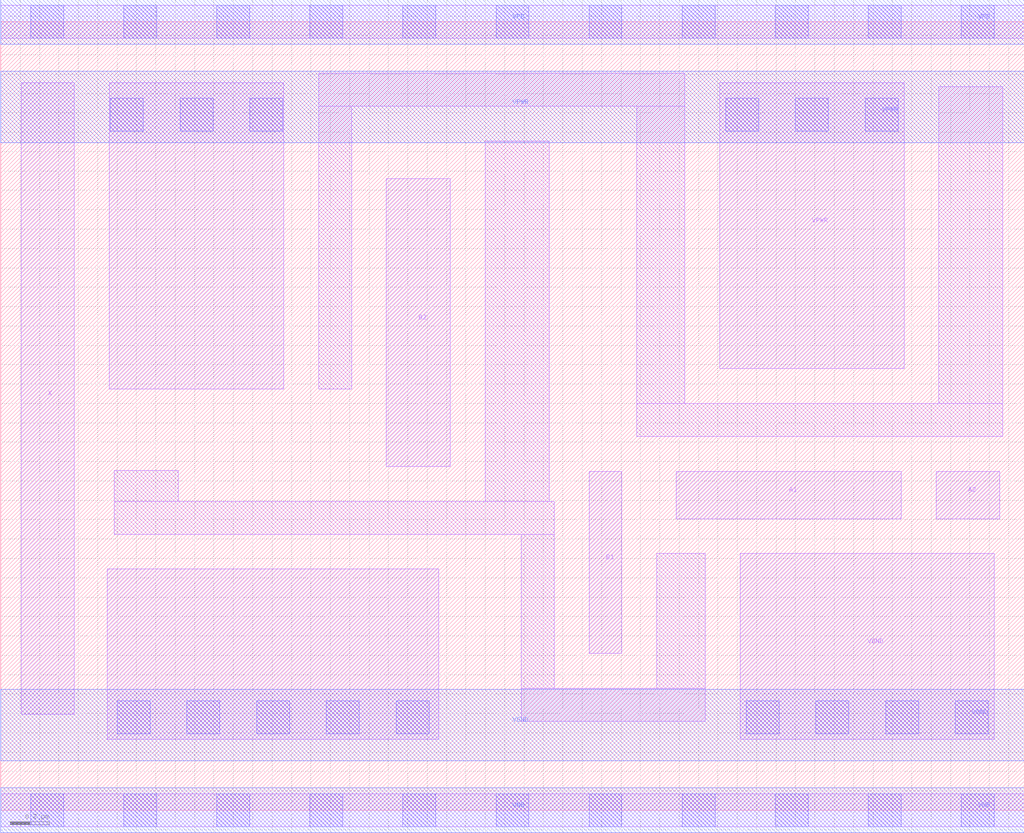
<source format=lef>
# Copyright 2020 The SkyWater PDK Authors
#
# Licensed under the Apache License, Version 2.0 (the "License");
# you may not use this file except in compliance with the License.
# You may obtain a copy of the License at
#
#     https://www.apache.org/licenses/LICENSE-2.0
#
# Unless required by applicable law or agreed to in writing, software
# distributed under the License is distributed on an "AS IS" BASIS,
# WITHOUT WARRANTIES OR CONDITIONS OF ANY KIND, either express or implied.
# See the License for the specific language governing permissions and
# limitations under the License.
#
# SPDX-License-Identifier: Apache-2.0

VERSION 5.7 ;
  NAMESCASESENSITIVE ON ;
  NOWIREEXTENSIONATPIN ON ;
  DIVIDERCHAR "/" ;
  BUSBITCHARS "[]" ;
UNITS
  DATABASE MICRONS 200 ;
END UNITS
MACRO sky130_fd_sc_hvl__a22o_1
  CLASS CORE ;
  SOURCE USER ;
  FOREIGN sky130_fd_sc_hvl__a22o_1 ;
  ORIGIN  0.000000  0.000000 ;
  SIZE  5.280000 BY  4.070000 ;
  SYMMETRY X Y ;
  SITE unithv ;
  PIN A1
    ANTENNAGATEAREA  1.125000 ;
    DIRECTION INPUT ;
    USE SIGNAL ;
    PORT
      LAYER li1 ;
        RECT 3.485000 1.505000 4.645000 1.750000 ;
    END
  END A1
  PIN A2
    ANTENNAGATEAREA  1.125000 ;
    DIRECTION INPUT ;
    USE SIGNAL ;
    PORT
      LAYER li1 ;
        RECT 4.825000 1.505000 5.155000 1.750000 ;
    END
  END A2
  PIN B1
    ANTENNAGATEAREA  1.125000 ;
    DIRECTION INPUT ;
    USE SIGNAL ;
    PORT
      LAYER li1 ;
        RECT 3.035000 0.810000 3.205000 1.750000 ;
    END
  END B1
  PIN B2
    ANTENNAGATEAREA  1.125000 ;
    DIRECTION INPUT ;
    USE SIGNAL ;
    PORT
      LAYER li1 ;
        RECT 1.990000 1.775000 2.320000 3.260000 ;
    END
  END B2
  PIN X
    ANTENNADIFFAREA  0.626250 ;
    DIRECTION OUTPUT ;
    USE SIGNAL ;
    PORT
      LAYER li1 ;
        RECT 0.105000 0.495000 0.380000 3.755000 ;
    END
  END X
  PIN VGND
    DIRECTION INOUT ;
    USE GROUND ;
    PORT
      LAYER li1 ;
        RECT 0.550000 0.365000 2.260000 1.245000 ;
        RECT 3.815000 0.365000 5.125000 1.325000 ;
      LAYER mcon ;
        RECT 0.600000 0.395000 0.770000 0.565000 ;
        RECT 0.960000 0.395000 1.130000 0.565000 ;
        RECT 1.320000 0.395000 1.490000 0.565000 ;
        RECT 1.680000 0.395000 1.850000 0.565000 ;
        RECT 2.040000 0.395000 2.210000 0.565000 ;
        RECT 3.845000 0.395000 4.015000 0.565000 ;
        RECT 4.205000 0.395000 4.375000 0.565000 ;
        RECT 4.565000 0.395000 4.735000 0.565000 ;
        RECT 4.925000 0.395000 5.095000 0.565000 ;
      LAYER met1 ;
        RECT 0.000000 0.255000 5.280000 0.625000 ;
    END
  END VGND
  PIN VNB
    DIRECTION INOUT ;
    USE GROUND ;
    PORT
      LAYER li1 ;
        RECT 0.000000 -0.085000 5.280000 0.085000 ;
      LAYER mcon ;
        RECT 0.155000 -0.085000 0.325000 0.085000 ;
        RECT 0.635000 -0.085000 0.805000 0.085000 ;
        RECT 1.115000 -0.085000 1.285000 0.085000 ;
        RECT 1.595000 -0.085000 1.765000 0.085000 ;
        RECT 2.075000 -0.085000 2.245000 0.085000 ;
        RECT 2.555000 -0.085000 2.725000 0.085000 ;
        RECT 3.035000 -0.085000 3.205000 0.085000 ;
        RECT 3.515000 -0.085000 3.685000 0.085000 ;
        RECT 3.995000 -0.085000 4.165000 0.085000 ;
        RECT 4.475000 -0.085000 4.645000 0.085000 ;
        RECT 4.955000 -0.085000 5.125000 0.085000 ;
      LAYER met1 ;
        RECT 0.000000 -0.115000 5.280000 0.115000 ;
    END
  END VNB
  PIN VPB
    DIRECTION INOUT ;
    USE POWER ;
    PORT
      LAYER li1 ;
        RECT 0.000000 3.985000 5.280000 4.155000 ;
      LAYER mcon ;
        RECT 0.155000 3.985000 0.325000 4.155000 ;
        RECT 0.635000 3.985000 0.805000 4.155000 ;
        RECT 1.115000 3.985000 1.285000 4.155000 ;
        RECT 1.595000 3.985000 1.765000 4.155000 ;
        RECT 2.075000 3.985000 2.245000 4.155000 ;
        RECT 2.555000 3.985000 2.725000 4.155000 ;
        RECT 3.035000 3.985000 3.205000 4.155000 ;
        RECT 3.515000 3.985000 3.685000 4.155000 ;
        RECT 3.995000 3.985000 4.165000 4.155000 ;
        RECT 4.475000 3.985000 4.645000 4.155000 ;
        RECT 4.955000 3.985000 5.125000 4.155000 ;
      LAYER met1 ;
        RECT 0.000000 3.955000 5.280000 4.185000 ;
    END
  END VPB
  PIN VPWR
    DIRECTION INOUT ;
    USE POWER ;
    PORT
      LAYER li1 ;
        RECT 0.560000 2.175000 1.460000 3.755000 ;
        RECT 3.710000 2.280000 4.660000 3.755000 ;
      LAYER mcon ;
        RECT 0.565000 3.505000 0.735000 3.675000 ;
        RECT 0.925000 3.505000 1.095000 3.675000 ;
        RECT 1.285000 3.505000 1.455000 3.675000 ;
        RECT 3.740000 3.505000 3.910000 3.675000 ;
        RECT 4.100000 3.505000 4.270000 3.675000 ;
        RECT 4.460000 3.505000 4.630000 3.675000 ;
      LAYER met1 ;
        RECT 0.000000 3.445000 5.280000 3.815000 ;
    END
  END VPWR
  OBS
    LAYER li1 ;
      RECT 0.585000 1.425000 2.855000 1.595000 ;
      RECT 0.585000 1.595000 0.915000 1.755000 ;
      RECT 1.640000 2.175000 1.810000 3.635000 ;
      RECT 1.640000 3.635000 3.530000 3.805000 ;
      RECT 2.500000 1.595000 2.830000 3.455000 ;
      RECT 2.685000 0.460000 3.635000 0.630000 ;
      RECT 2.685000 0.630000 2.855000 1.425000 ;
      RECT 3.280000 1.930000 5.170000 2.100000 ;
      RECT 3.280000 2.100000 3.530000 3.635000 ;
      RECT 3.385000 0.630000 3.635000 1.325000 ;
      RECT 4.840000 2.100000 5.170000 3.735000 ;
  END
END sky130_fd_sc_hvl__a22o_1

</source>
